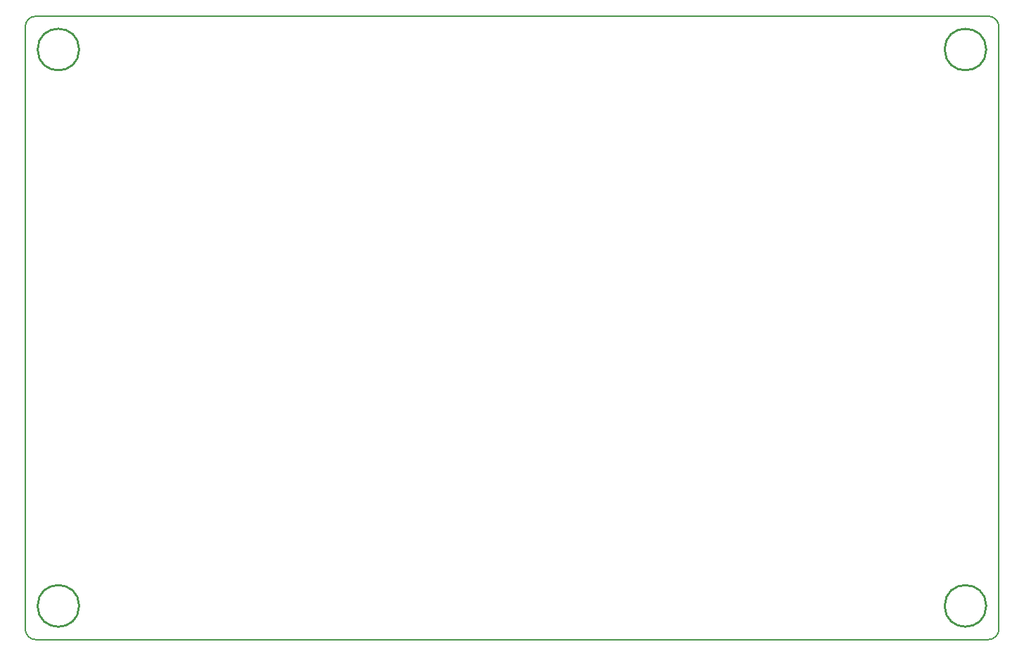
<source format=gtp>
G04*
G04 #@! TF.GenerationSoftware,Altium Limited,Altium Designer,22.2.1 (43)*
G04*
G04 Layer_Color=8421504*
%FSLAX42Y42*%
%MOMM*%
G71*
G04*
G04 #@! TF.SameCoordinates,38A85AE6-A4D5-4193-AC1F-1DFF1A3BB725*
G04*
G04*
G04 #@! TF.FilePolarity,Positive*
G04*
G01*
G75*
%ADD13C,0.20*%
%ADD14C,0.25*%
D13*
X2908Y12421D02*
G03*
X2781Y12294I0J-127D01*
G01*
Y5042D02*
G03*
X2908Y4915I127J0D01*
G01*
X14376D02*
G03*
X14503Y5042I0J127D01*
G01*
Y12294D02*
G03*
X14376Y12421I-127J0D01*
G01*
X2908Y4915D02*
X14376D01*
X2908Y12421D02*
X2984D01*
X2781Y5042D02*
Y12294D01*
X14503Y5042D02*
Y12294D01*
X2984Y12421D02*
X14376D01*
D14*
X3430Y12020D02*
G03*
X3430Y12020I-250J0D01*
G01*
Y5320D02*
G03*
X3430Y5320I-250J0D01*
G01*
X14350D02*
G03*
X14350Y5320I-250J0D01*
G01*
Y12020D02*
G03*
X14350Y12020I-250J0D01*
G01*
M02*

</source>
